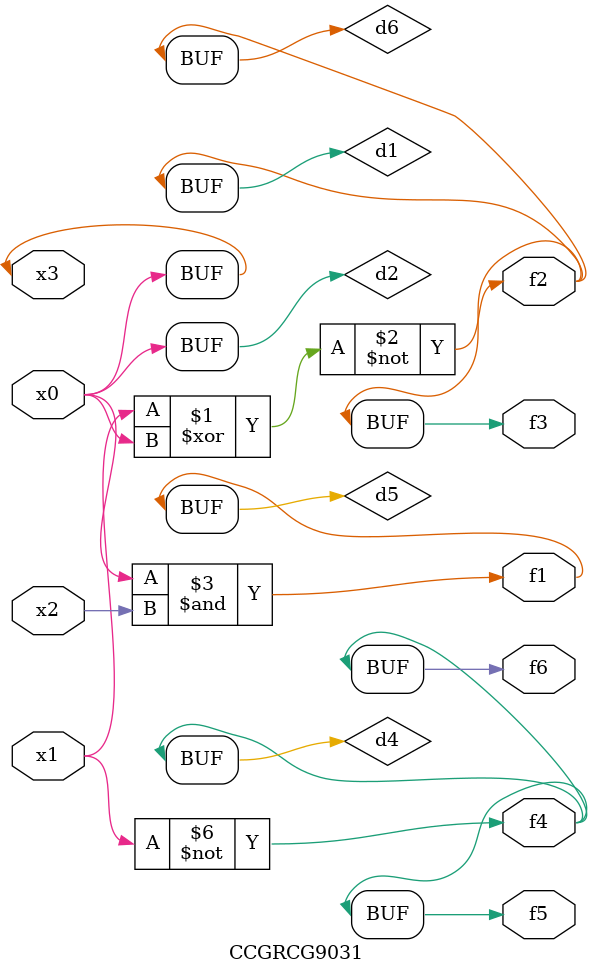
<source format=v>
module CCGRCG9031(
	input x0, x1, x2, x3,
	output f1, f2, f3, f4, f5, f6
);

	wire d1, d2, d3, d4, d5, d6;

	xnor (d1, x1, x3);
	buf (d2, x0, x3);
	nand (d3, x0, x2);
	not (d4, x1);
	nand (d5, d3);
	or (d6, d1);
	assign f1 = d5;
	assign f2 = d6;
	assign f3 = d6;
	assign f4 = d4;
	assign f5 = d4;
	assign f6 = d4;
endmodule

</source>
